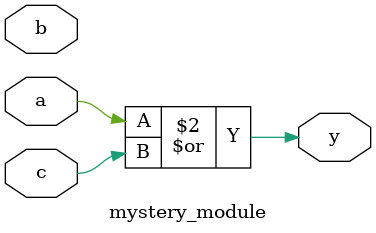
<source format=v>
`timescale 1ns/1ps

module mystery_module (
    input a,
    input b,
    input c,
    output reg y
);
    always @(a or b or c) begin
        y = a | c;
    end

endmodule


</source>
